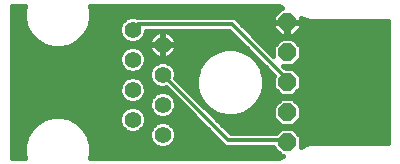
<source format=gbl>
G75*
%MOIN*%
%OFA0B0*%
%FSLAX24Y24*%
%IPPOS*%
%LPD*%
%AMOC8*
5,1,8,0,0,1.08239X$1,22.5*
%
%ADD10C,0.0554*%
%ADD11OC8,0.0594*%
%ADD12C,0.0160*%
%ADD13C,0.0140*%
D10*
X005833Y004833D03*
X004833Y005333D03*
X005833Y005833D03*
X004833Y006333D03*
X005833Y006833D03*
X004833Y007333D03*
X005833Y007833D03*
X004833Y008333D03*
D11*
X009983Y008583D03*
X009983Y007583D03*
X009983Y006583D03*
X009983Y005583D03*
X009983Y004583D03*
D12*
X000813Y004063D02*
X000813Y009103D01*
X001246Y009103D01*
X001213Y008981D01*
X001213Y008686D01*
X001290Y008401D01*
X001437Y008146D01*
X001646Y007937D01*
X001901Y007790D01*
X002186Y007713D01*
X002481Y007713D01*
X002766Y007790D01*
X003021Y007937D01*
X003230Y008146D01*
X003377Y008401D01*
X003453Y008686D01*
X003453Y008981D01*
X003420Y009103D01*
X009720Y009103D01*
X009806Y009060D01*
X009786Y009060D01*
X009506Y008781D01*
X009506Y008602D01*
X009965Y008602D01*
X009965Y008565D01*
X009506Y008565D01*
X009506Y008386D01*
X009786Y008106D01*
X009965Y008106D01*
X009965Y008565D01*
X010002Y008565D01*
X010002Y008602D01*
X010460Y008602D01*
X010460Y008733D01*
X010549Y008689D01*
X010561Y008676D01*
X010634Y008646D01*
X010704Y008611D01*
X010722Y008610D01*
X010738Y008603D01*
X010816Y008603D01*
X010895Y008598D01*
X010911Y008603D01*
X013353Y008603D01*
X013353Y004563D01*
X010911Y004563D01*
X010895Y004569D01*
X010816Y004563D01*
X010738Y004563D01*
X010722Y004557D01*
X010704Y004555D01*
X010634Y004520D01*
X010561Y004490D01*
X010549Y004478D01*
X010440Y004423D01*
X010440Y004773D01*
X010173Y005040D01*
X009794Y005040D01*
X009630Y004876D01*
X008116Y004876D01*
X006263Y006729D01*
X006270Y006746D01*
X006270Y006920D01*
X006204Y007081D01*
X006081Y007204D01*
X005920Y007270D01*
X005746Y007270D01*
X005586Y007204D01*
X005463Y007081D01*
X005396Y006920D01*
X005396Y006746D01*
X005463Y006586D01*
X005586Y006463D01*
X005746Y006396D01*
X005920Y006396D01*
X005938Y006403D01*
X007791Y004551D01*
X007926Y004416D01*
X009526Y004416D01*
X009526Y004394D01*
X009794Y004126D01*
X009846Y004126D01*
X009720Y004063D01*
X003420Y004063D01*
X003453Y004186D01*
X003453Y004481D01*
X003377Y004766D01*
X003230Y005021D01*
X003021Y005230D01*
X002766Y005377D01*
X002481Y005453D01*
X002186Y005453D01*
X001901Y005377D01*
X001646Y005230D01*
X001437Y005021D01*
X001290Y004766D01*
X001213Y004481D01*
X001213Y004186D01*
X001246Y004063D01*
X000813Y004063D01*
X000813Y004217D02*
X001213Y004217D01*
X001213Y004376D02*
X000813Y004376D01*
X000813Y004534D02*
X001228Y004534D01*
X001270Y004693D02*
X000813Y004693D01*
X000813Y004851D02*
X001339Y004851D01*
X001431Y005010D02*
X000813Y005010D01*
X000813Y005168D02*
X001584Y005168D01*
X001814Y005327D02*
X000813Y005327D01*
X000813Y005485D02*
X004423Y005485D01*
X004396Y005420D02*
X004396Y005246D01*
X004463Y005086D01*
X004586Y004963D01*
X004746Y004896D01*
X004920Y004896D01*
X005081Y004963D01*
X005204Y005086D01*
X005270Y005246D01*
X005270Y005420D01*
X005204Y005581D01*
X005081Y005704D01*
X004920Y005770D01*
X004746Y005770D01*
X004586Y005704D01*
X004463Y005581D01*
X004396Y005420D01*
X004396Y005327D02*
X002853Y005327D01*
X003082Y005168D02*
X004428Y005168D01*
X004539Y005010D02*
X003236Y005010D01*
X003328Y004851D02*
X005396Y004851D01*
X005396Y004920D02*
X005396Y004746D01*
X005463Y004586D01*
X005586Y004463D01*
X005746Y004396D01*
X005920Y004396D01*
X006081Y004463D01*
X006204Y004586D01*
X006270Y004746D01*
X006270Y004920D01*
X006204Y005081D01*
X006081Y005204D01*
X005920Y005270D01*
X005746Y005270D01*
X005586Y005204D01*
X005463Y005081D01*
X005396Y004920D01*
X005433Y005010D02*
X005128Y005010D01*
X005238Y005168D02*
X005550Y005168D01*
X005270Y005327D02*
X007015Y005327D01*
X007173Y005168D02*
X006117Y005168D01*
X006233Y005010D02*
X007332Y005010D01*
X007490Y004851D02*
X006270Y004851D01*
X006248Y004693D02*
X007649Y004693D01*
X007807Y004534D02*
X006153Y004534D01*
X005514Y004534D02*
X003439Y004534D01*
X003453Y004376D02*
X009545Y004376D01*
X009703Y004217D02*
X003453Y004217D01*
X003397Y004693D02*
X005418Y004693D01*
X005746Y005396D02*
X005586Y005463D01*
X005463Y005586D01*
X005396Y005746D01*
X005396Y005920D01*
X005463Y006081D01*
X005586Y006204D01*
X005746Y006270D01*
X005920Y006270D01*
X006081Y006204D01*
X006204Y006081D01*
X006270Y005920D01*
X006270Y005746D01*
X006204Y005586D01*
X006081Y005463D01*
X005920Y005396D01*
X005746Y005396D01*
X005563Y005485D02*
X005244Y005485D01*
X005141Y005644D02*
X005439Y005644D01*
X005396Y005802D02*
X000813Y005802D01*
X000813Y005644D02*
X004526Y005644D01*
X004586Y005963D02*
X004746Y005896D01*
X004920Y005896D01*
X005081Y005963D01*
X005204Y006086D01*
X005270Y006246D01*
X005270Y006420D01*
X005204Y006581D01*
X005081Y006704D01*
X004920Y006770D01*
X004746Y006770D01*
X004586Y006704D01*
X004463Y006581D01*
X004396Y006420D01*
X004396Y006246D01*
X004463Y006086D01*
X004586Y005963D01*
X004590Y005961D02*
X000813Y005961D01*
X000813Y006119D02*
X004449Y006119D01*
X004396Y006278D02*
X000813Y006278D01*
X000813Y006436D02*
X004403Y006436D01*
X004477Y006595D02*
X000813Y006595D01*
X000813Y006753D02*
X004705Y006753D01*
X004746Y006896D02*
X004920Y006896D01*
X005081Y006963D01*
X005204Y007086D01*
X005270Y007246D01*
X005270Y007420D01*
X005204Y007581D01*
X005081Y007704D01*
X004920Y007770D01*
X004746Y007770D01*
X004586Y007704D01*
X004463Y007581D01*
X004396Y007420D01*
X004396Y007246D01*
X004463Y007086D01*
X004586Y006963D01*
X004746Y006896D01*
X004709Y006912D02*
X000813Y006912D01*
X000813Y007070D02*
X004478Y007070D01*
X004403Y007229D02*
X000813Y007229D01*
X000813Y007387D02*
X004396Y007387D01*
X004448Y007546D02*
X000813Y007546D01*
X000813Y007704D02*
X004587Y007704D01*
X004746Y007896D02*
X004920Y007896D01*
X005081Y007963D01*
X005204Y008086D01*
X005270Y008246D01*
X005270Y008291D01*
X008051Y008291D01*
X009548Y006794D01*
X009526Y006773D01*
X009526Y006394D01*
X009794Y006126D01*
X010173Y006126D01*
X010440Y006394D01*
X010440Y006773D01*
X010173Y007040D01*
X009952Y007040D01*
X009865Y007126D01*
X010173Y007126D01*
X010440Y007394D01*
X010440Y007773D01*
X010173Y008040D01*
X009794Y008040D01*
X009526Y007773D01*
X009526Y007465D01*
X008241Y008751D01*
X004968Y008751D01*
X004920Y008770D01*
X004746Y008770D01*
X004586Y008704D01*
X004463Y008581D01*
X004396Y008420D01*
X004396Y008246D01*
X004463Y008086D01*
X004586Y007963D01*
X004746Y007896D01*
X004527Y008021D02*
X003105Y008021D01*
X003249Y008180D02*
X004424Y008180D01*
X004396Y008338D02*
X003341Y008338D01*
X003403Y008497D02*
X004428Y008497D01*
X004537Y008655D02*
X003445Y008655D01*
X003453Y008814D02*
X009539Y008814D01*
X009698Y008972D02*
X003453Y008972D01*
X005243Y008180D02*
X005533Y008180D01*
X005536Y008182D02*
X005485Y008131D01*
X005442Y008073D01*
X005410Y008009D01*
X005387Y007940D01*
X005376Y007869D01*
X005376Y007842D01*
X005825Y007842D01*
X005825Y008290D01*
X005797Y008290D01*
X005726Y008279D01*
X005658Y008257D01*
X005594Y008224D01*
X005536Y008182D01*
X005416Y008021D02*
X005140Y008021D01*
X005376Y007863D02*
X002892Y007863D01*
X001774Y007863D02*
X000813Y007863D01*
X000813Y008021D02*
X001561Y008021D01*
X001417Y008180D02*
X000813Y008180D01*
X000813Y008338D02*
X001326Y008338D01*
X001264Y008497D02*
X000813Y008497D01*
X000813Y008655D02*
X001222Y008655D01*
X001213Y008814D02*
X000813Y008814D01*
X000813Y008972D02*
X001213Y008972D01*
X005080Y007704D02*
X005395Y007704D01*
X005387Y007726D02*
X005410Y007658D01*
X005442Y007594D01*
X005485Y007536D01*
X005536Y007485D01*
X005594Y007442D01*
X005658Y007410D01*
X005726Y007387D01*
X005797Y007376D01*
X005825Y007376D01*
X005825Y007825D01*
X005376Y007825D01*
X005376Y007797D01*
X005387Y007726D01*
X005477Y007546D02*
X005218Y007546D01*
X005270Y007387D02*
X005727Y007387D01*
X005825Y007387D02*
X005842Y007387D01*
X005842Y007376D02*
X005869Y007376D01*
X005940Y007387D01*
X007289Y007387D01*
X007389Y007488D02*
X007179Y007277D01*
X007030Y007019D01*
X006953Y006732D01*
X006953Y006435D01*
X007030Y006147D01*
X007179Y005889D01*
X007389Y005679D01*
X007647Y005530D01*
X007935Y005453D01*
X008232Y005453D01*
X008519Y005530D01*
X008777Y005679D01*
X008988Y005889D01*
X009136Y006147D01*
X009213Y006435D01*
X009213Y006732D01*
X009136Y007019D01*
X008988Y007277D01*
X008777Y007488D01*
X008519Y007636D01*
X008232Y007713D01*
X007935Y007713D01*
X007647Y007636D01*
X007389Y007488D01*
X007490Y007546D02*
X006190Y007546D01*
X006182Y007536D02*
X006224Y007594D01*
X006257Y007658D01*
X006279Y007726D01*
X006290Y007797D01*
X006290Y007825D01*
X005842Y007825D01*
X005842Y007842D01*
X005825Y007842D01*
X005825Y007825D01*
X005842Y007825D01*
X005842Y007376D01*
X005940Y007387D02*
X006009Y007410D01*
X006073Y007442D01*
X006131Y007485D01*
X006182Y007536D01*
X006272Y007704D02*
X007901Y007704D01*
X008266Y007704D02*
X008637Y007704D01*
X008676Y007546D02*
X008796Y007546D01*
X008877Y007387D02*
X008954Y007387D01*
X009015Y007229D02*
X009113Y007229D01*
X009107Y007070D02*
X009271Y007070D01*
X009165Y006912D02*
X009430Y006912D01*
X009526Y006753D02*
X009208Y006753D01*
X009213Y006595D02*
X009526Y006595D01*
X009526Y006436D02*
X009213Y006436D01*
X009171Y006278D02*
X009643Y006278D01*
X009794Y006040D02*
X009526Y005773D01*
X009526Y005394D01*
X009794Y005126D01*
X010173Y005126D01*
X010440Y005394D01*
X010440Y005773D01*
X010173Y006040D01*
X009794Y006040D01*
X009715Y005961D02*
X009029Y005961D01*
X009120Y006119D02*
X013353Y006119D01*
X013353Y005961D02*
X010252Y005961D01*
X010410Y005802D02*
X013353Y005802D01*
X013353Y005644D02*
X010440Y005644D01*
X010440Y005485D02*
X013353Y005485D01*
X013353Y005327D02*
X010373Y005327D01*
X010214Y005168D02*
X013353Y005168D01*
X013353Y005010D02*
X010203Y005010D01*
X010361Y004851D02*
X013353Y004851D01*
X013353Y004693D02*
X010440Y004693D01*
X010440Y004534D02*
X010662Y004534D01*
X009764Y005010D02*
X007982Y005010D01*
X007824Y005168D02*
X009752Y005168D01*
X009594Y005327D02*
X007665Y005327D01*
X007815Y005485D02*
X007507Y005485D01*
X007451Y005644D02*
X007348Y005644D01*
X007266Y005802D02*
X007190Y005802D01*
X007138Y005961D02*
X007031Y005961D01*
X007046Y006119D02*
X006873Y006119D01*
X006995Y006278D02*
X006714Y006278D01*
X006556Y006436D02*
X006953Y006436D01*
X006953Y006595D02*
X006397Y006595D01*
X006270Y006753D02*
X006959Y006753D01*
X007001Y006912D02*
X006270Y006912D01*
X006208Y007070D02*
X007060Y007070D01*
X007151Y007229D02*
X006021Y007229D01*
X005646Y007229D02*
X005263Y007229D01*
X005189Y007070D02*
X005458Y007070D01*
X005396Y006912D02*
X004958Y006912D01*
X004962Y006753D02*
X005396Y006753D01*
X005459Y006595D02*
X005190Y006595D01*
X005264Y006436D02*
X005649Y006436D01*
X005270Y006278D02*
X006064Y006278D01*
X006166Y006119D02*
X006222Y006119D01*
X006254Y005961D02*
X006381Y005961D01*
X006270Y005802D02*
X006539Y005802D01*
X006698Y005644D02*
X006228Y005644D01*
X006104Y005485D02*
X006856Y005485D01*
X008352Y005485D02*
X009526Y005485D01*
X009526Y005644D02*
X008716Y005644D01*
X008900Y005802D02*
X009556Y005802D01*
X010324Y006278D02*
X013353Y006278D01*
X013353Y006436D02*
X010440Y006436D01*
X010440Y006595D02*
X013353Y006595D01*
X013353Y006753D02*
X010440Y006753D01*
X010301Y006912D02*
X013353Y006912D01*
X013353Y007070D02*
X009922Y007070D01*
X010275Y007229D02*
X013353Y007229D01*
X013353Y007387D02*
X010433Y007387D01*
X010440Y007546D02*
X013353Y007546D01*
X013353Y007704D02*
X010440Y007704D01*
X010350Y007863D02*
X013353Y007863D01*
X013353Y008021D02*
X010191Y008021D01*
X010181Y008106D02*
X010002Y008106D01*
X010002Y008565D01*
X010460Y008565D01*
X010460Y008386D01*
X010181Y008106D01*
X010254Y008180D02*
X013353Y008180D01*
X013353Y008338D02*
X010413Y008338D01*
X010460Y008497D02*
X013353Y008497D01*
X010612Y008655D02*
X010460Y008655D01*
X010002Y008497D02*
X009965Y008497D01*
X009965Y008338D02*
X010002Y008338D01*
X010002Y008180D02*
X009965Y008180D01*
X009775Y008021D02*
X008971Y008021D01*
X008812Y008180D02*
X009712Y008180D01*
X009554Y008338D02*
X008654Y008338D01*
X008495Y008497D02*
X009506Y008497D01*
X009506Y008655D02*
X008337Y008655D01*
X008162Y008180D02*
X006133Y008180D01*
X006131Y008182D02*
X006073Y008224D01*
X006009Y008257D01*
X005940Y008279D01*
X005869Y008290D01*
X005842Y008290D01*
X005842Y007842D01*
X006290Y007842D01*
X006290Y007869D01*
X006279Y007940D01*
X006257Y008009D01*
X006224Y008073D01*
X006182Y008131D01*
X006131Y008182D01*
X006251Y008021D02*
X008320Y008021D01*
X008479Y007863D02*
X006290Y007863D01*
X005842Y007863D02*
X005825Y007863D01*
X005825Y008021D02*
X005842Y008021D01*
X005825Y008180D02*
X005842Y008180D01*
X005825Y007704D02*
X005842Y007704D01*
X005825Y007546D02*
X005842Y007546D01*
X009129Y007863D02*
X009617Y007863D01*
X009526Y007704D02*
X009288Y007704D01*
X009446Y007546D02*
X009526Y007546D01*
X005501Y006119D02*
X005218Y006119D01*
X005076Y005961D02*
X005413Y005961D01*
D13*
X005833Y006833D02*
X008021Y004646D01*
X009896Y004646D01*
X009958Y004583D01*
X009983Y004583D01*
X009958Y006583D02*
X009983Y006583D01*
X009958Y006583D02*
X009958Y006708D01*
X008146Y008521D01*
X005021Y008521D01*
X004833Y008333D01*
M02*

</source>
